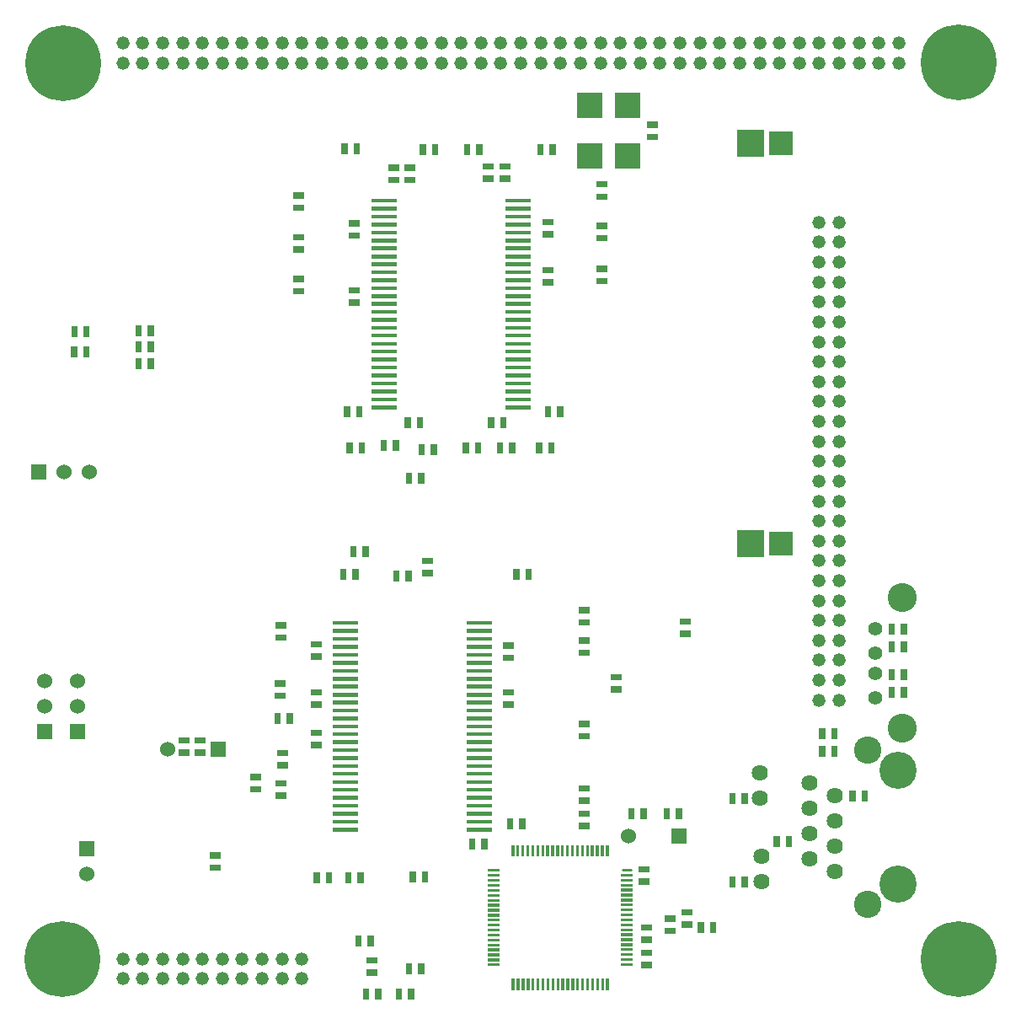
<source format=gbr>
G04 Title: (unknown), solder mask solder side *
G04 Creator: pcb-bin 1.99p *
G04 CreationDate: Sat Nov 20 18:57:41 2004 UTC *
G04 For: clock *
G04 Format: Gerber/RS-274X *
G04 PCB-Dimensions: 394051 394051 *
G04 PCB-Coordinate-Origin: lower left *
%MOIN*%
%FSLAX24Y24*%
%IPPOS*%
%ADD11C,0.0070*%
%ADD12C,0.0270*%
%ADD13C,0.0250*%
%ADD14C,0.0450*%
%ADD15C,0.0100*%
%ADD16C,0.0300*%
%ADD17C,0.0400*%
%ADD18C,0.0600*%
%ADD19C,0.0150*%
%ADD20C,0.0350*%
%ADD21R,0.0710X0.0710*%
%ADD22R,0.1010X0.1010*%
%ADD23C,0.0200*%
%ADD24C,0.0080*%
%ADD25R,0.0240X0.0240*%
%ADD26R,0.0540X0.0540*%
%ADD27C,0.0060*%
%ADD28C,0.0110*%
%ADD29C,0.0410*%
%ADD30R,0.0110X0.0110*%
%ADD31R,0.0410X0.0410*%
%ADD32C,0.0500*%
%ADD33R,0.0200X0.0200*%
%ADD34R,0.0500X0.0500*%
%ADD35C,0.0120*%
%ADD36C,0.0420*%
%ADD37R,0.0120X0.0120*%
%ADD38R,0.0420X0.0420*%
%ADD39R,0.0600X0.0600*%
%ADD40R,0.0900X0.0900X0.0600X0.0600*%
%ADD41R,0.0900X0.0900*%
%ADD42C,0.0900X0.0600*%
%ADD43C,0.0900*%
%ADD44R,0.1230X0.1230*%
%ADD45R,0.1530X0.1530*%
%ADD46R,0.0290X0.0290*%
%ADD47C,0.0520*%
%AMTHERM1*7,0,0,0.0720,0.0520,0.0110,45*%
%ADD48THERM1*%
%ADD49C,0.0720X0.0520*%
%ADD50C,0.0720*%
%AMTHERM2*7,0,0,0.0900,0.0600,0.0150,45*%
%ADD51THERM2*%
%ADD52C,0.3000*%
%ADD53C,0.3200X0.3000*%
%ADD54C,0.3200*%
%ADD55R,0.0470X0.0470*%
%ADD56R,0.0490X0.0490*%
%ADD57R,0.0790X0.0790*%
%ADD58R,0.0150X0.0150*%
%ADD59R,0.0450X0.0450*%
%ADD60C,0.1080*%
%ADD61C,0.0230*%
%AMTHERM3*7,0,0,0.1280,0.1080,0.0230,45*%
%ADD62THERM3*%
%ADD63C,0.1280X0.1080*%
%ADD64C,0.1280*%
%ADD65C,0.0640*%
%ADD66C,0.0840X0.0640*%
%ADD67C,0.0840*%
%AMTHERM4*7,0,0,0.0840,0.0640,0.0120,45*%
%ADD68THERM4*%
%ADD69C,0.1470*%
%ADD70C,0.1670X0.1470*%
%ADD71C,0.1670*%
%ADD72C,0.0145*%
%AMTHERM5*7,0,0,0.0840,0.0640,0.0145,45*%
%ADD73THERM5*%
%ADD74C,0.1150*%
%AMTHERM6*7,0,0,0.1350,0.1150,0.0120,45*%
%ADD75THERM6*%
%ADD76C,0.1350X0.1150*%
%ADD77C,0.1350*%
%ADD78C,0.0560*%
%ADD79C,0.0720X0.0560*%
%ADD80C,0.0800X0.0560*%
%ADD81C,0.0800*%
%AMTHERM7*7,0,0,0.0800,0.0560,0.0100,45*%
%ADD82THERM7*%
%ADD83C,0.0160*%
%ADD84C,0.0460*%
%ADD85R,0.0160X0.0160*%
%ADD86R,0.0460X0.0460*%
%ADD87R,0.2000X0.2000*%
%ADD88R,0.2200X0.2200*%
%ADD89R,0.2350X0.2350*%
%ADD90R,0.1100X0.1100*%
%ADD91R,0.1300X0.1300X0.1100X0.1100*%
%ADD92R,0.1300X0.1300*%
%ADD93R,0.0950X0.0950*%
%ADD94R,0.1150X0.1150X0.0950X0.0950*%
%ADD95R,0.1150X0.1150*%
%ADD96R,0.1180X0.1180*%
%ADD97R,0.1380X0.1380*%
%ADD98R,0.0400X0.0400*%
%ADD99R,0.1000X0.1000*%
%ADD100R,0.1200X0.1200*%
%ADD101R,0.0300X0.0300*%
%ADD102R,0.0250X0.0250*%
%ADD103R,0.0170X0.0170*%
%ADD104R,0.0560X0.0560*%
%ADD105R,0.0860X0.0860*%
%ADD106R,0.1220X0.1220*%
%ADD107R,0.1520X0.1520*%
%ADD108R,0.0800X0.0800*%
%ADD109C,0.0084*%
%ADD110C,0.0092*%
%ADD111C,0.0450X0.0250*%
%ADD112C,0.0125*%
%AMTHERM8*7,0,0,0.0800,0.0600,0.0125,45*%
%ADD113THERM8*%
%ADD114C,0.0800X0.0600*%
%ADD115C,0.0075*%
%AMTHERM9*7,0,0,0.0450,0.0250,0.0075,45*%
%ADD116THERM9*%
%ADD117C,0.0360*%
%ADD118C,0.0560X0.0360*%
%AMTHERM10*7,0,0,0.0560,0.0360,0.0080,45*%
%ADD119THERM10*%
%LNGROUP_3*%
%LPD*%
G01X0Y0D02*
G54D25*X21640Y23745D02*Y23565D01*
X21160Y23745D02*Y23565D01*
X13410Y27965D02*X13590D01*
X13410Y28445D02*X13590D01*
X13690Y23745D02*Y23565D01*
X13210Y23745D02*Y23565D01*
X21060Y28765D02*X21240D01*
X21060Y29245D02*X21240D01*
X21060Y30665D02*X21240D01*
X21060Y31145D02*X21240D01*
X14110Y1945D02*X14290D01*
X14110Y1465D02*X14290D01*
X15660Y1695D02*Y1515D01*
X16140Y1695D02*Y1515D01*
X11910Y12545D02*X12090D01*
X11910Y12065D02*X12090D01*
X22510Y10815D02*X22690D01*
X22510Y11295D02*X22690D01*
X7910Y5615D02*X8090D01*
X7910Y6095D02*X8090D01*
X13540Y17295D02*Y17115D01*
X13060Y17295D02*Y17115D01*
X20390Y17295D02*Y17115D01*
X19910Y17295D02*Y17115D01*
X19510Y12065D02*X19690D01*
X19510Y12545D02*X19690D01*
X19510Y13915D02*X19690D01*
X19510Y14395D02*X19690D01*
X16690Y34095D02*Y33915D01*
X16210Y34095D02*Y33915D01*
X22510Y14115D02*X22690D01*
X22510Y14595D02*X22690D01*
X18160Y6635D02*Y6455D01*
X18640Y6635D02*Y6455D01*
X6660Y10165D02*X6840D01*
X6660Y10645D02*X6840D01*
X10510Y8465D02*X10690D01*
X10510Y8945D02*X10690D01*
X22510Y7265D02*X22690D01*
X22510Y7745D02*X22690D01*
X7310Y10165D02*X7490D01*
X7310Y10645D02*X7490D01*
X10940Y11595D02*Y11415D01*
X10460Y11595D02*Y11415D01*
X15810Y5345D02*Y5165D01*
X16290Y5345D02*Y5165D01*
X12010Y5295D02*Y5115D01*
X12490Y5295D02*Y5115D01*
X20140Y7445D02*Y7265D01*
X19660Y7445D02*Y7265D01*
X14440Y695D02*Y515D01*
X13960Y695D02*Y515D01*
X15740Y695D02*Y515D01*
X15260Y695D02*Y515D01*
X14660Y22395D02*Y22215D01*
X15140Y22395D02*Y22215D01*
X26560Y3365D02*X26740D01*
X26560Y3845D02*X26740D01*
X10510Y15195D02*X10690D01*
X10510Y14715D02*X10690D01*
X11210Y31715D02*X11390D01*
X11210Y32195D02*X11390D01*
X14140Y2795D02*Y2615D01*
X13660Y2795D02*Y2615D01*
X34760Y15145D02*Y14965D01*
X35240Y15145D02*Y14965D01*
X32010Y10995D02*Y10815D01*
X32490Y10995D02*Y10815D01*
X24960Y2765D02*X25140D01*
X24960Y3245D02*X25140D01*
X35240Y12645D02*Y12465D01*
X34760Y12645D02*Y12465D01*
G54D28*X24100Y5515D02*X24450D01*
G54D30*X24100Y5325D02*X24450D01*
X24100Y5125D02*X24450D01*
X24100Y4925D02*X24450D01*
X24100Y4735D02*X24450D01*
X24100Y4535D02*X24450D01*
X24100Y4335D02*X24450D01*
X24100Y4145D02*X24450D01*
X24100Y3945D02*X24450D01*
X24100Y3745D02*X24450D01*
X24100Y3555D02*X24450D01*
X24100Y3355D02*X24450D01*
X24100Y3155D02*X24450D01*
X24100Y2965D02*X24450D01*
X24100Y2765D02*X24450D01*
X24100Y2565D02*X24450D01*
X24100Y2375D02*X24450D01*
X24100Y2175D02*X24450D01*
X24100Y1975D02*X24450D01*
X24100Y1775D02*X24450D01*
X23510Y1185D02*Y835D01*
X23320Y1185D02*Y835D01*
X23120Y1185D02*Y835D01*
X22920Y1185D02*Y835D01*
X22730Y1185D02*Y835D01*
X22530Y1185D02*Y835D01*
X22330Y1185D02*Y835D01*
X22140Y1185D02*Y835D01*
X21940Y1185D02*Y835D01*
X21740Y1185D02*Y835D01*
X21550Y1185D02*Y835D01*
X21350Y1185D02*Y835D01*
X21150Y1185D02*Y835D01*
X20960Y1185D02*Y835D01*
X20760Y1185D02*Y835D01*
X20560Y1185D02*Y835D01*
X20370Y1185D02*Y835D01*
X20170Y1185D02*Y835D01*
X19970Y1185D02*Y835D01*
X19770Y1185D02*Y835D01*
X18830Y1775D02*X19180D01*
X18830Y1965D02*X19180D01*
X18830Y2165D02*X19180D01*
X18830Y2365D02*X19180D01*
X18830Y2555D02*X19180D01*
X18830Y2755D02*X19180D01*
X18830Y2955D02*X19180D01*
X18830Y3145D02*X19180D01*
X18830Y3345D02*X19180D01*
X18830Y3545D02*X19180D01*
X18830Y3735D02*X19180D01*
X18830Y3935D02*X19180D01*
X18830Y4135D02*X19180D01*
X18830Y4325D02*X19180D01*
X18830Y4525D02*X19180D01*
X18830Y4725D02*X19180D01*
X18830Y4915D02*X19180D01*
X18830Y5115D02*X19180D01*
X18830Y5315D02*X19180D01*
X18830Y5515D02*X19180D01*
X19770Y6455D02*Y6105D01*
X19960Y6455D02*Y6105D01*
X20160Y6455D02*Y6105D01*
X20360Y6455D02*Y6105D01*
X20550Y6455D02*Y6105D01*
X20750Y6455D02*Y6105D01*
X20950Y6455D02*Y6105D01*
X21140Y6455D02*Y6105D01*
X21340Y6455D02*Y6105D01*
X21540Y6455D02*Y6105D01*
X21730Y6455D02*Y6105D01*
X21930Y6455D02*Y6105D01*
X22130Y6455D02*Y6105D01*
X22320Y6455D02*Y6105D01*
X22520Y6455D02*Y6105D01*
X22720Y6455D02*Y6105D01*
X22910Y6455D02*Y6105D01*
X23110Y6455D02*Y6105D01*
X23310Y6455D02*Y6105D01*
X23510Y6455D02*Y6105D01*
G54D25*X32010Y10295D02*Y10115D01*
X32490Y10295D02*Y10115D01*
X34760Y13345D02*Y13165D01*
X35240Y13345D02*Y13165D01*
X11210Y28415D02*X11390D01*
X11210Y28895D02*X11390D01*
X15660Y21095D02*Y20915D01*
X16140Y21095D02*Y20915D01*
X26510Y15345D02*X26690D01*
X26510Y14865D02*X26690D01*
X23760Y13145D02*X23940D01*
X23760Y12665D02*X23940D01*
X24460Y7845D02*Y7665D01*
X24940Y7845D02*Y7665D01*
X13410Y31095D02*X13590D01*
X13410Y30615D02*X13590D01*
X21290Y22295D02*Y22115D01*
X20810Y22295D02*Y22115D01*
X10460Y12895D02*X10640D01*
X10460Y12415D02*X10640D01*
X11910Y14445D02*X12090D01*
X11910Y13965D02*X12090D01*
X9510Y9195D02*X9690D01*
X9510Y8715D02*X9690D01*
X14960Y32815D02*X15140D01*
X14960Y33295D02*X15140D01*
X15640Y17245D02*Y17065D01*
X15160Y17245D02*Y17065D01*
X18710Y32865D02*X18890D01*
X18710Y33345D02*X18890D01*
X19360Y32865D02*X19540D01*
X19360Y33345D02*X19540D01*
X10560Y10145D02*X10740D01*
X10560Y9665D02*X10740D01*
X15610Y32815D02*X15790D01*
X15610Y33295D02*X15790D01*
X22510Y8265D02*X22690D01*
X22510Y8745D02*X22690D01*
X22510Y15315D02*X22690D01*
X22510Y15795D02*X22690D01*
X21340Y34095D02*Y33915D01*
X20860Y34095D02*Y33915D01*
X26340Y7845D02*Y7665D01*
X25860Y7845D02*Y7665D01*
X28460Y8445D02*Y8265D01*
X28940Y8445D02*Y8265D01*
X17960Y34095D02*Y33915D01*
X18440Y34095D02*Y33915D01*
X13110Y34145D02*Y33965D01*
X13590Y34145D02*Y33965D01*
X13310Y22305D02*Y22125D01*
X13790Y22305D02*Y22125D01*
X13460Y18195D02*Y18015D01*
X13940Y18195D02*Y18015D01*
X4960Y25645D02*Y25465D01*
X5440Y25645D02*Y25465D01*
Y26945D02*Y26765D01*
X4960Y26945D02*Y26765D01*
X5440Y26295D02*Y26115D01*
X4960Y26295D02*Y26115D01*
X16640Y22245D02*Y22065D01*
X16160Y22245D02*Y22065D01*
X35240Y14445D02*Y14265D01*
X34760Y14445D02*Y14265D01*
X17910Y22295D02*Y22115D01*
X18390Y22295D02*Y22115D01*
G54D58*X19542Y31996D02*X20392D01*
X19542Y31676D02*X20392D01*
X19542Y31366D02*X20392D01*
X19542Y31046D02*X20392D01*
X19542Y30736D02*X20392D01*
X19542Y30416D02*X20392D01*
X19542Y30106D02*X20392D01*
X19542Y29786D02*X20392D01*
X19542Y29476D02*X20392D01*
X19542Y29156D02*X20392D01*
X19542Y28846D02*X20392D01*
X19542Y28526D02*X20392D01*
X19542Y28216D02*X20392D01*
X19542Y27906D02*X20392D01*
X19542Y27596D02*X20392D01*
X19542Y27286D02*X20392D01*
X19542Y26966D02*X20392D01*
X19542Y26656D02*X20392D01*
X19542Y26336D02*X20392D01*
X19542Y26026D02*X20392D01*
X19542Y25706D02*X20392D01*
X19542Y25396D02*X20392D01*
X19542Y25076D02*X20392D01*
X19542Y24766D02*X20392D01*
X19542Y24446D02*X20392D01*
X19542Y24136D02*X20392D01*
X19542Y23816D02*X20392D01*
X14252D02*X15102D01*
X14252Y24136D02*X15102D01*
X14252Y24446D02*X15102D01*
X14252Y24766D02*X15102D01*
X14252Y25076D02*X15102D01*
X14252Y25396D02*X15102D01*
X14252Y25706D02*X15102D01*
X14252Y26026D02*X15102D01*
X14252Y26336D02*X15102D01*
X14252Y26656D02*X15102D01*
X14252Y26966D02*X15102D01*
X14252Y27286D02*X15102D01*
X14252Y27596D02*X15102D01*
X14252Y27906D02*X15102D01*
X14252Y28216D02*X15102D01*
X14252Y28526D02*X15102D01*
X14252Y28846D02*X15102D01*
X14252Y29156D02*X15102D01*
X14252Y29476D02*X15102D01*
X14252Y29786D02*X15102D01*
X14252Y30106D02*X15102D01*
X14252Y30416D02*X15102D01*
X14252Y30736D02*X15102D01*
X14252Y31046D02*X15102D01*
X14252Y31366D02*X15102D01*
X14252Y31676D02*X15102D01*
X14252Y31996D02*X15102D01*
G54D25*X25210Y34995D02*X25390D01*
X25210Y34515D02*X25390D01*
X25910Y3115D02*X26090D01*
X25910Y3595D02*X26090D01*
X28460Y5145D02*Y4965D01*
X28940Y5145D02*Y4965D01*
X19740Y22295D02*Y22115D01*
X19260Y22295D02*Y22115D01*
X33210Y8545D02*Y8365D01*
X33690Y8545D02*Y8365D01*
X30690Y6745D02*Y6565D01*
X30210Y6745D02*Y6565D01*
X23210Y28815D02*X23390D01*
X23210Y29295D02*X23390D01*
X19390Y23295D02*Y23115D01*
X18910Y23295D02*Y23115D01*
X13260Y5295D02*Y5115D01*
X13740Y5295D02*Y5115D01*
X24860Y5545D02*X25040D01*
X24860Y5065D02*X25040D01*
X16090Y23295D02*Y23115D01*
X15610Y23295D02*Y23115D01*
X23210Y30995D02*X23390D01*
X23210Y30515D02*X23390D01*
X24960Y2245D02*X25140D01*
X24960Y1765D02*X25140D01*
X23210Y32155D02*X23390D01*
X23210Y32635D02*X23390D01*
X27690Y3345D02*Y3165D01*
X27210Y3345D02*Y3165D01*
X16310Y17745D02*X16490D01*
X16310Y17265D02*X16490D01*
X2890Y26095D02*Y25915D01*
X2410Y26095D02*Y25915D01*
X11210Y30545D02*X11390D01*
X11210Y30065D02*X11390D01*
X2900Y26895D02*Y26715D01*
X2420Y26895D02*Y26715D01*
G54D58*X18020Y15295D02*X18870D01*
X18020Y14975D02*X18870D01*
X18020Y14665D02*X18870D01*
X18020Y14345D02*X18870D01*
X18020Y14035D02*X18870D01*
X18020Y13715D02*X18870D01*
X18020Y13405D02*X18870D01*
X18020Y13085D02*X18870D01*
X18020Y12775D02*X18870D01*
X18020Y12455D02*X18870D01*
X18020Y12145D02*X18870D01*
X18020Y11825D02*X18870D01*
X18020Y11515D02*X18870D01*
X18020Y11205D02*X18870D01*
X18020Y10895D02*X18870D01*
X18020Y10585D02*X18870D01*
X18020Y10265D02*X18870D01*
X18020Y9955D02*X18870D01*
X18020Y9635D02*X18870D01*
X18020Y9325D02*X18870D01*
X18020Y9005D02*X18870D01*
X18020Y8695D02*X18870D01*
X18020Y8375D02*X18870D01*
X18020Y8065D02*X18870D01*
X18020Y7745D02*X18870D01*
X18020Y7435D02*X18870D01*
X18020Y7115D02*X18870D01*
X12730D02*X13580D01*
X12730Y7435D02*X13580D01*
X12730Y7745D02*X13580D01*
X12730Y8065D02*X13580D01*
X12730Y8375D02*X13580D01*
X12730Y8695D02*X13580D01*
X12730Y9005D02*X13580D01*
X12730Y9325D02*X13580D01*
X12730Y9635D02*X13580D01*
X12730Y9955D02*X13580D01*
X12730Y10265D02*X13580D01*
X12730Y10585D02*X13580D01*
X12730Y10895D02*X13580D01*
X12730Y11205D02*X13580D01*
X12730Y11515D02*X13580D01*
X12730Y11825D02*X13580D01*
X12730Y12145D02*X13580D01*
X12730Y12455D02*X13580D01*
X12730Y12775D02*X13580D01*
X12730Y13085D02*X13580D01*
X12730Y13405D02*X13580D01*
X12730Y13715D02*X13580D01*
X12730Y14035D02*X13580D01*
X12730Y14345D02*X13580D01*
X12730Y14665D02*X13580D01*
X12730Y14975D02*X13580D01*
X12730Y15295D02*X13580D01*
G54D25*X11910Y10945D02*X12090D01*
X11910Y10465D02*X12090D01*
G54D99*X22800Y33755D03*
X24300Y35755D03*
Y33755D03*
X22800Y35755D03*
G54D39*X8100Y10305D03*
G54D18*X6100D03*
G54D47*X31889Y31137D03*
X32677D03*
Y30350D03*
X31889D03*
Y29562D03*
X32677D03*
X31889Y28775D03*
X32677D03*
X31889Y27987D03*
X32677D03*
X31889Y27200D03*
X32677D03*
X31889Y26413D03*
X32677D03*
X31889Y25625D03*
X32677D03*
X31889Y24838D03*
X32677D03*
X31889Y24050D03*
X32677D03*
X31889Y23263D03*
X32677D03*
X31889Y22476D03*
X32677D03*
X31889Y21688D03*
X32677D03*
X31889Y20901D03*
X32677D03*
X31889Y20113D03*
X32677D03*
X31889Y19326D03*
X32677D03*
X31889Y18539D03*
X32677D03*
X31889Y17751D03*
X32677D03*
X31889Y16964D03*
X32677D03*
X31889Y16176D03*
X32677D03*
X31889Y15389D03*
X32677D03*
X31889Y14601D03*
X32677D03*
X31889Y13814D03*
X32677D03*
X31889Y13027D03*
X32677D03*
X31889Y12239D03*
X32677D03*
G54D39*X2900Y6355D03*
G54D18*Y5355D03*
G54D47*X11417Y2003D03*
Y1216D03*
X10629D03*
Y2003D03*
X9842D03*
Y1216D03*
X9055Y2003D03*
Y1216D03*
X8267Y2003D03*
Y1216D03*
X7480Y2003D03*
Y1216D03*
X6692Y2003D03*
Y1216D03*
X5905Y2003D03*
Y1216D03*
X5118Y2003D03*
Y1216D03*
X4330Y2003D03*
Y1216D03*
G54D39*X1250Y11005D03*
G54D18*Y12005D03*
Y13005D03*
G54D52*X37401Y2003D03*
X1937Y1995D03*
X1968Y37436D03*
X37409Y37468D03*
G54D39*X26350Y6855D03*
G54D18*X24350D03*
G54D47*X35039Y38224D03*
Y37436D03*
X34252D03*
Y38224D03*
X33464D03*
Y37436D03*
X32677Y38224D03*
Y37436D03*
X31889Y38224D03*
Y37436D03*
X31102Y38224D03*
Y37436D03*
X30315Y38224D03*
Y37436D03*
X29527Y38224D03*
Y37436D03*
X28740Y38224D03*
Y37436D03*
X27952Y38224D03*
Y37436D03*
X27165Y38224D03*
Y37436D03*
X26378Y38224D03*
Y37436D03*
X25590Y38224D03*
Y37436D03*
X24803Y38224D03*
Y37436D03*
X24015Y38224D03*
Y37436D03*
X23228Y38224D03*
Y37436D03*
X22441Y38224D03*
Y37436D03*
X21653Y38224D03*
Y37436D03*
X20866Y38224D03*
Y37436D03*
X20078Y38224D03*
Y37436D03*
X19291Y38224D03*
Y37436D03*
X18503Y38224D03*
Y37436D03*
X17716Y38224D03*
Y37436D03*
X16929Y38224D03*
Y37436D03*
X16141Y38224D03*
Y37436D03*
X15354Y38224D03*
Y37436D03*
X14566Y38224D03*
Y37436D03*
X13779Y38224D03*
Y37436D03*
X12992Y38224D03*
Y37436D03*
X12204Y38224D03*
Y37436D03*
X11417Y38224D03*
Y37436D03*
X10629Y38224D03*
Y37436D03*
X9842Y38224D03*
Y37436D03*
X9055Y38224D03*
Y37436D03*
X8267Y38224D03*
Y37436D03*
X7480Y38224D03*
Y37436D03*
X6692Y38224D03*
Y37436D03*
X5905Y38224D03*
X5118D03*
X4330D03*
Y37436D03*
X5118D03*
X5905D03*
G54D60*X33800Y4155D03*
Y10255D03*
G54D65*X31500Y8955D03*
X29550Y9355D03*
Y8355D03*
X29600Y5055D03*
Y6055D03*
X31500Y7955D03*
G54D69*X35000Y4955D03*
Y9455D03*
G54D65*X31500Y6955D03*
Y5955D03*
X32500Y5455D03*
Y6455D03*
Y7455D03*
Y8455D03*
G54D39*X2550Y11005D03*
G54D18*Y12005D03*
Y13005D03*
G54D74*X35180Y11115D03*
Y16285D03*
G54D78*X34110Y13295D03*
Y14095D03*
Y12315D03*
Y15075D03*
G54D39*X1000Y21255D03*
G54D18*X2000D03*
X3000D03*
G54D90*X29177Y18421D03*
Y34271D03*
G54D93*X30377D03*
Y18421D03*
M02*

</source>
